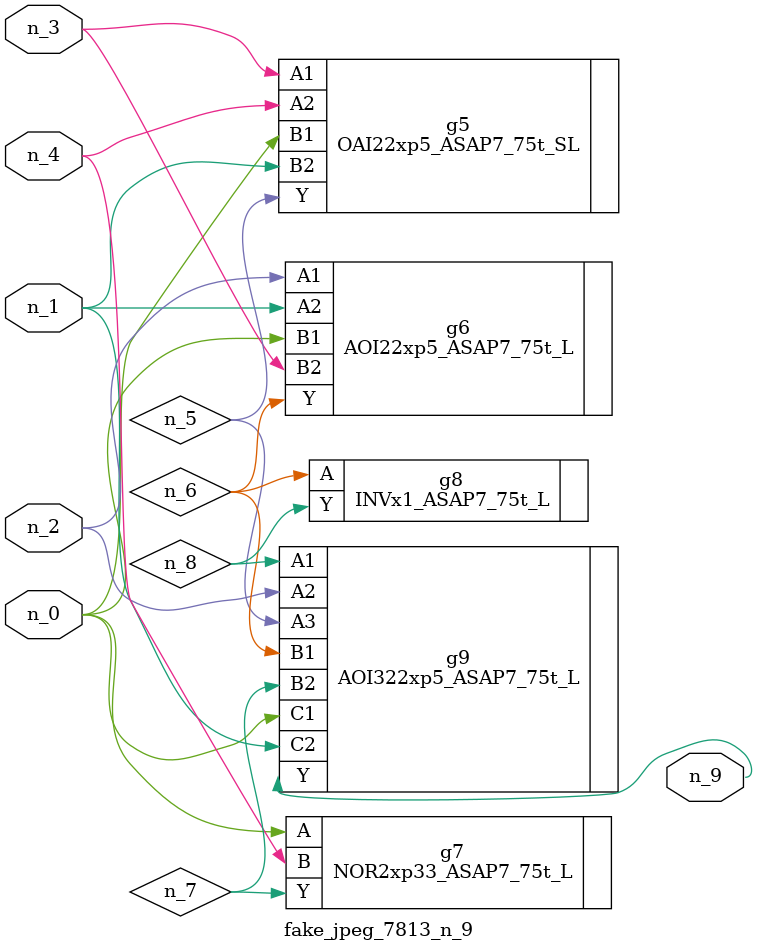
<source format=v>
module fake_jpeg_7813_n_9 (n_3, n_2, n_1, n_0, n_4, n_9);

input n_3;
input n_2;
input n_1;
input n_0;
input n_4;

output n_9;

wire n_8;
wire n_6;
wire n_5;
wire n_7;

OAI22xp5_ASAP7_75t_SL g5 ( 
.A1(n_3),
.A2(n_4),
.B1(n_0),
.B2(n_1),
.Y(n_5)
);

AOI22xp5_ASAP7_75t_L g6 ( 
.A1(n_2),
.A2(n_1),
.B1(n_0),
.B2(n_3),
.Y(n_6)
);

NOR2xp33_ASAP7_75t_L g7 ( 
.A(n_0),
.B(n_4),
.Y(n_7)
);

INVx1_ASAP7_75t_L g8 ( 
.A(n_6),
.Y(n_8)
);

AOI322xp5_ASAP7_75t_L g9 ( 
.A1(n_8),
.A2(n_2),
.A3(n_5),
.B1(n_6),
.B2(n_7),
.C1(n_0),
.C2(n_1),
.Y(n_9)
);


endmodule
</source>
